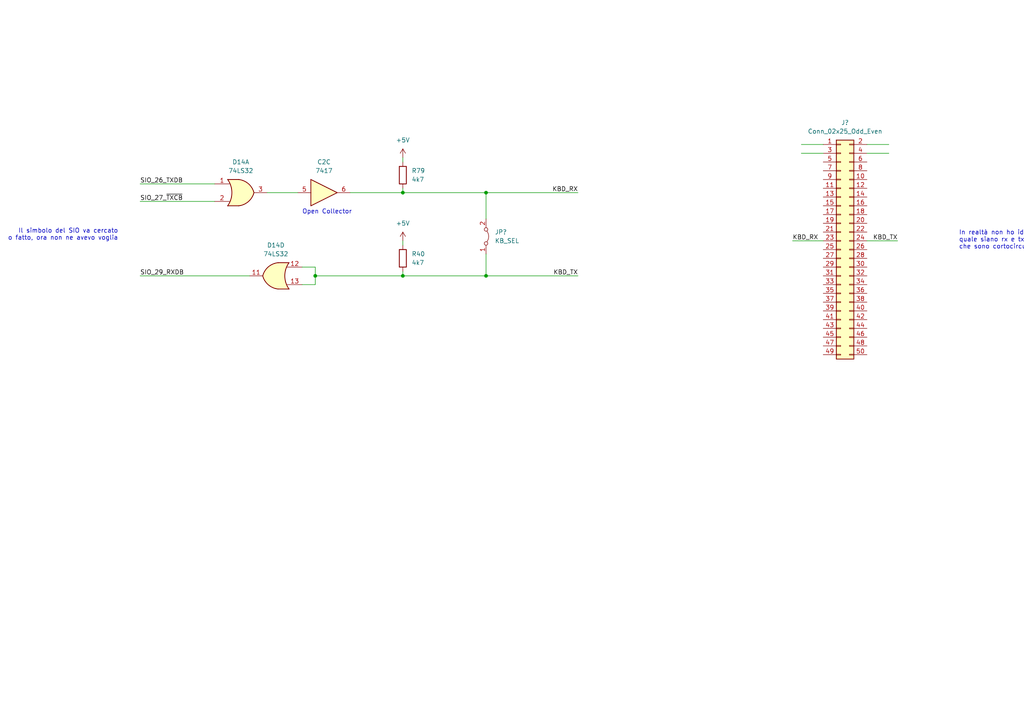
<source format=kicad_sch>
(kicad_sch (version 20211123) (generator eeschema)
  (paper "A4")
  (title_block (title "FPX-290") (rev "05") (company "Logic Systems Int'l Inc") (comment 1 "IO (keboard)"))
  (lib_symbols
    (symbol "74xx:74LS07" (pin_names (offset 1.016))
      (property "Reference" "U" (at 0 1.27 0))
      (property "Value" "74LS07" (at 0 -1.27 0))
      (symbol "74LS07_1_0"
        (polyline (pts (xy -3.81 3.81) (xy -3.81 -3.81) (xy 3.81 0) (xy -3.81 3.81)) (stroke (width 0.254)) (fill (type background)))
        (pin input line (at -7.62 0 0) (length 3.81) (name "~") (number "1"))
        (pin open_collector line (at 7.62 0 180) (length 3.81) (name "~") (number "2"))
      )
      (symbol "74LS07_2_0"
        (polyline (pts (xy -3.81 3.81) (xy -3.81 -3.81) (xy 3.81 0) (xy -3.81 3.81)) (stroke (width 0.254)) (fill (type background)))
        (pin input line (at -7.62 0 0) (length 3.81) (name "~") (number "3"))
        (pin open_collector line (at 7.62 0 180) (length 3.81) (name "~") (number "4"))
      )
      (symbol "74LS07_3_0"
        (polyline (pts (xy -3.81 3.81) (xy -3.81 -3.81) (xy 3.81 0) (xy -3.81 3.81)) (stroke (width 0.254)) (fill (type background)))
        (pin input line (at -7.62 0 0) (length 3.81) (name "~") (number "5"))
        (pin open_collector line (at 7.62 0 180) (length 3.81) (name "~") (number "6"))
      )
      (symbol "74LS07_4_0"
        (polyline (pts (xy -3.81 3.81) (xy -3.81 -3.81) (xy 3.81 0) (xy -3.81 3.81)) (stroke (width 0.254)) (fill (type background)))
        (pin open_collector line (at 7.62 0 180) (length 3.81) (name "~") (number "8"))
        (pin input line (at -7.62 0 0) (length 3.81) (name "~") (number "9"))
      )
      (symbol "74LS07_5_0"
        (polyline (pts (xy -3.81 3.81) (xy -3.81 -3.81) (xy 3.81 0) (xy -3.81 3.81)) (stroke (width 0.254)) (fill (type background)))
        (pin open_collector line (at 7.62 0 180) (length 3.81) (name "~") (number "10"))
        (pin input line (at -7.62 0 0) (length 3.81) (name "~") (number "11"))
      )
      (symbol "74LS07_6_0"
        (polyline (pts (xy -3.81 3.81) (xy -3.81 -3.81) (xy 3.81 0) (xy -3.81 3.81)) (stroke (width 0.254)) (fill (type background)))
        (pin open_collector line (at 7.62 0 180) (length 3.81) (name "~") (number "12"))
        (pin input line (at -7.62 0 0) (length 3.81) (name "~") (number "13"))
      )
      (symbol "74LS07_7_0"
        (pin power_in line (at 0 12.7 270) (length 5.08) (name "VCC") (number "14"))
        (pin power_in line (at 0 -12.7 90) (length 5.08) (name "GND") (number "7"))
      )
      (symbol "74LS07_7_1"
        (rectangle (start -5.08 7.62) (end 5.08 -7.62) (stroke (width 0.254)) (fill (type background)))
      )
    )
    (symbol "74xx:74LS32" (pin_names (offset 1.016))
      (property "Reference" "U" (at 0 1.27 0))
      (property "Value" "74LS32" (at 0 -1.27 0))
      (symbol "74LS32_1_1"
        (arc (start -3.81 -3.81) (mid -2.589 0) (end -3.81 3.81) (stroke (width 0.254)))
        (arc (start -0.6096 -3.81) (mid 2.1842 -2.5851) (end 3.81 0) (stroke (width 0.254)) (fill (type background)))
        (polyline (pts (xy -3.81 -3.81) (xy -0.635 -3.81)) (stroke (width 0.254)) (fill (type background)))
        (polyline (pts (xy -3.81 3.81) (xy -0.635 3.81)) (stroke (width 0.254)) (fill (type background)))
        (polyline (pts (xy -0.635 3.81) (xy -3.81 3.81) (xy -3.81 3.81) (xy -3.556 3.4036) (xy -3.0226 2.2606) (xy -2.6924 1.0414) (xy -2.6162 -0.254) (xy -2.7686 -1.4986) (xy -3.175 -2.7178) (xy -3.81 -3.81) (xy -3.81 -3.81) (xy -0.635 -3.81)) (stroke (width -25.4)) (fill (type background)))
        (arc (start 3.81 0) (mid 2.1915 2.5936) (end -0.6096 3.81) (stroke (width 0.254)) (fill (type background)))
        (pin input line (at -7.62 2.54 0) (length 4.318) (name "~") (number "1"))
        (pin input line (at -7.62 -2.54 0) (length 4.318) (name "~") (number "2"))
        (pin output line (at 7.62 0 180) (length 3.81) (name "~") (number "3"))
      )
      (symbol "74LS32_1_2"
        (arc (start 0 -3.81) (mid 3.81 0) (end 0 3.81) (stroke (width 0.254)) (fill (type background)))
        (polyline (pts (xy 0 3.81) (xy -3.81 3.81) (xy -3.81 -3.81) (xy 0 -3.81)) (stroke (width 0.254)) (fill (type background)))
        (pin input inverted (at -7.62 2.54 0) (length 3.81) (name "~") (number "1"))
        (pin input inverted (at -7.62 -2.54 0) (length 3.81) (name "~") (number "2"))
        (pin output inverted (at 7.62 0 180) (length 3.81) (name "~") (number "3"))
      )
      (symbol "74LS32_2_1"
        (arc (start -3.81 -3.81) (mid -2.589 0) (end -3.81 3.81) (stroke (width 0.254)))
        (arc (start -0.6096 -3.81) (mid 2.1842 -2.5851) (end 3.81 0) (stroke (width 0.254)) (fill (type background)))
        (polyline (pts (xy -3.81 -3.81) (xy -0.635 -3.81)) (stroke (width 0.254)) (fill (type background)))
        (polyline (pts (xy -3.81 3.81) (xy -0.635 3.81)) (stroke (width 0.254)) (fill (type background)))
        (polyline (pts (xy -0.635 3.81) (xy -3.81 3.81) (xy -3.81 3.81) (xy -3.556 3.4036) (xy -3.0226 2.2606) (xy -2.6924 1.0414) (xy -2.6162 -0.254) (xy -2.7686 -1.4986) (xy -3.175 -2.7178) (xy -3.81 -3.81) (xy -3.81 -3.81) (xy -0.635 -3.81)) (stroke (width -25.4)) (fill (type background)))
        (arc (start 3.81 0) (mid 2.1915 2.5936) (end -0.6096 3.81) (stroke (width 0.254)) (fill (type background)))
        (pin input line (at -7.62 2.54 0) (length 4.318) (name "~") (number "4"))
        (pin input line (at -7.62 -2.54 0) (length 4.318) (name "~") (number "5"))
        (pin output line (at 7.62 0 180) (length 3.81) (name "~") (number "6"))
      )
      (symbol "74LS32_2_2"
        (arc (start 0 -3.81) (mid 3.81 0) (end 0 3.81) (stroke (width 0.254)) (fill (type background)))
        (polyline (pts (xy 0 3.81) (xy -3.81 3.81) (xy -3.81 -3.81) (xy 0 -3.81)) (stroke (width 0.254)) (fill (type background)))
        (pin input inverted (at -7.62 2.54 0) (length 3.81) (name "~") (number "4"))
        (pin input inverted (at -7.62 -2.54 0) (length 3.81) (name "~") (number "5"))
        (pin output inverted (at 7.62 0 180) (length 3.81) (name "~") (number "6"))
      )
      (symbol "74LS32_3_1"
        (arc (start -3.81 -3.81) (mid -2.589 0) (end -3.81 3.81) (stroke (width 0.254)))
        (arc (start -0.6096 -3.81) (mid 2.1842 -2.5851) (end 3.81 0) (stroke (width 0.254)) (fill (type background)))
        (polyline (pts (xy -3.81 -3.81) (xy -0.635 -3.81)) (stroke (width 0.254)) (fill (type background)))
        (polyline (pts (xy -3.81 3.81) (xy -0.635 3.81)) (stroke (width 0.254)) (fill (type background)))
        (polyline (pts (xy -0.635 3.81) (xy -3.81 3.81) (xy -3.81 3.81) (xy -3.556 3.4036) (xy -3.0226 2.2606) (xy -2.6924 1.0414) (xy -2.6162 -0.254) (xy -2.7686 -1.4986) (xy -3.175 -2.7178) (xy -3.81 -3.81) (xy -3.81 -3.81) (xy -0.635 -3.81)) (stroke (width -25.4)) (fill (type background)))
        (arc (start 3.81 0) (mid 2.1915 2.5936) (end -0.6096 3.81) (stroke (width 0.254)) (fill (type background)))
        (pin input line (at -7.62 -2.54 0) (length 4.318) (name "~") (number "10"))
        (pin output line (at 7.62 0 180) (length 3.81) (name "~") (number "8"))
        (pin input line (at -7.62 2.54 0) (length 4.318) (name "~") (number "9"))
      )
      (symbol "74LS32_3_2"
        (arc (start 0 -3.81) (mid 3.81 0) (end 0 3.81) (stroke (width 0.254)) (fill (type background)))
        (polyline (pts (xy 0 3.81) (xy -3.81 3.81) (xy -3.81 -3.81) (xy 0 -3.81)) (stroke (width 0.254)) (fill (type background)))
        (pin input inverted (at -7.62 -2.54 0) (length 3.81) (name "~") (number "10"))
        (pin output inverted (at 7.62 0 180) (length 3.81) (name "~") (number "8"))
        (pin input inverted (at -7.62 2.54 0) (length 3.81) (name "~") (number "9"))
      )
      (symbol "74LS32_4_1"
        (arc (start -3.81 -3.81) (mid -2.589 0) (end -3.81 3.81) (stroke (width 0.254)))
        (arc (start -0.6096 -3.81) (mid 2.1842 -2.5851) (end 3.81 0) (stroke (width 0.254)) (fill (type background)))
        (polyline (pts (xy -3.81 -3.81) (xy -0.635 -3.81)) (stroke (width 0.254)) (fill (type background)))
        (polyline (pts (xy -3.81 3.81) (xy -0.635 3.81)) (stroke (width 0.254)) (fill (type background)))
        (polyline (pts (xy -0.635 3.81) (xy -3.81 3.81) (xy -3.81 3.81) (xy -3.556 3.4036) (xy -3.0226 2.2606) (xy -2.6924 1.0414) (xy -2.6162 -0.254) (xy -2.7686 -1.4986) (xy -3.175 -2.7178) (xy -3.81 -3.81) (xy -3.81 -3.81) (xy -0.635 -3.81)) (stroke (width -25.4)) (fill (type background)))
        (arc (start 3.81 0) (mid 2.1915 2.5936) (end -0.6096 3.81) (stroke (width 0.254)) (fill (type background)))
        (pin output line (at 7.62 0 180) (length 3.81) (name "~") (number "11"))
        (pin input line (at -7.62 2.54 0) (length 4.318) (name "~") (number "12"))
        (pin input line (at -7.62 -2.54 0) (length 4.318) (name "~") (number "13"))
      )
      (symbol "74LS32_4_2"
        (arc (start 0 -3.81) (mid 3.81 0) (end 0 3.81) (stroke (width 0.254)) (fill (type background)))
        (polyline (pts (xy 0 3.81) (xy -3.81 3.81) (xy -3.81 -3.81) (xy 0 -3.81)) (stroke (width 0.254)) (fill (type background)))
        (pin output inverted (at 7.62 0 180) (length 3.81) (name "~") (number "11"))
        (pin input inverted (at -7.62 2.54 0) (length 3.81) (name "~") (number "12"))
        (pin input inverted (at -7.62 -2.54 0) (length 3.81) (name "~") (number "13"))
      )
      (symbol "74LS32_5_0"
        (pin power_in line (at 0 12.7 270) (length 5.08) (name "VCC") (number "14"))
        (pin power_in line (at 0 -12.7 90) (length 5.08) (name "GND") (number "7"))
      )
      (symbol "74LS32_5_1"
        (rectangle (start -5.08 7.62) (end 5.08 -7.62) (stroke (width 0.254)) (fill (type background)))
      )
    )
    (symbol "Connector_Generic:Conn_02x25_Odd_Even" (pin_names (offset 1.016) hide)
      (property "Reference" "J" (at 1.27 33.02 0))
      (property "Value" "Conn_02x25_Odd_Even" (at 1.27 -33.02 0))
      (symbol "Conn_02x25_Odd_Even_1_1"
        (rectangle (start -1.27 -30.353) (end 0 -30.607) (stroke (width 0.1524)))
        (rectangle (start -1.27 -27.813) (end 0 -28.067) (stroke (width 0.1524)))
        (rectangle (start -1.27 -25.273) (end 0 -25.527) (stroke (width 0.1524)))
        (rectangle (start -1.27 -22.733) (end 0 -22.987) (stroke (width 0.1524)))
        (rectangle (start -1.27 -20.193) (end 0 -20.447) (stroke (width 0.1524)))
        (rectangle (start -1.27 -17.653) (end 0 -17.907) (stroke (width 0.1524)))
        (rectangle (start -1.27 -15.113) (end 0 -15.367) (stroke (width 0.1524)))
        (rectangle (start -1.27 -12.573) (end 0 -12.827) (stroke (width 0.1524)))
        (rectangle (start -1.27 -10.033) (end 0 -10.287) (stroke (width 0.1524)))
        (rectangle (start -1.27 -7.493) (end 0 -7.747) (stroke (width 0.1524)))
        (rectangle (start -1.27 -4.953) (end 0 -5.207) (stroke (width 0.1524)))
        (rectangle (start -1.27 -2.413) (end 0 -2.667) (stroke (width 0.1524)))
        (rectangle (start -1.27 0.127) (end 0 -0.127) (stroke (width 0.1524)))
        (rectangle (start -1.27 2.667) (end 0 2.413) (stroke (width 0.1524)))
        (rectangle (start -1.27 5.207) (end 0 4.953) (stroke (width 0.1524)))
        (rectangle (start -1.27 7.747) (end 0 7.493) (stroke (width 0.1524)))
        (rectangle (start -1.27 10.287) (end 0 10.033) (stroke (width 0.1524)))
        (rectangle (start -1.27 12.827) (end 0 12.573) (stroke (width 0.1524)))
        (rectangle (start -1.27 15.367) (end 0 15.113) (stroke (width 0.1524)))
        (rectangle (start -1.27 17.907) (end 0 17.653) (stroke (width 0.1524)))
        (rectangle (start -1.27 20.447) (end 0 20.193) (stroke (width 0.1524)))
        (rectangle (start -1.27 22.987) (end 0 22.733) (stroke (width 0.1524)))
        (rectangle (start -1.27 25.527) (end 0 25.273) (stroke (width 0.1524)))
        (rectangle (start -1.27 28.067) (end 0 27.813) (stroke (width 0.1524)))
        (rectangle (start -1.27 30.607) (end 0 30.353) (stroke (width 0.1524)))
        (rectangle (start -1.27 31.75) (end 3.81 -31.75) (stroke (width 0.254)) (fill (type background)))
        (rectangle (start 3.81 -30.353) (end 2.54 -30.607) (stroke (width 0.1524)))
        (rectangle (start 3.81 -27.813) (end 2.54 -28.067) (stroke (width 0.1524)))
        (rectangle (start 3.81 -25.273) (end 2.54 -25.527) (stroke (width 0.1524)))
        (rectangle (start 3.81 -22.733) (end 2.54 -22.987) (stroke (width 0.1524)))
        (rectangle (start 3.81 -20.193) (end 2.54 -20.447) (stroke (width 0.1524)))
        (rectangle (start 3.81 -17.653) (end 2.54 -17.907) (stroke (width 0.1524)))
        (rectangle (start 3.81 -15.113) (end 2.54 -15.367) (stroke (width 0.1524)))
        (rectangle (start 3.81 -12.573) (end 2.54 -12.827) (stroke (width 0.1524)))
        (rectangle (start 3.81 -10.033) (end 2.54 -10.287) (stroke (width 0.1524)))
        (rectangle (start 3.81 -7.493) (end 2.54 -7.747) (stroke (width 0.1524)))
        (rectangle (start 3.81 -4.953) (end 2.54 -5.207) (stroke (width 0.1524)))
        (rectangle (start 3.81 -2.413) (end 2.54 -2.667) (stroke (width 0.1524)))
        (rectangle (start 3.81 0.127) (end 2.54 -0.127) (stroke (width 0.1524)))
        (rectangle (start 3.81 2.667) (end 2.54 2.413) (stroke (width 0.1524)))
        (rectangle (start 3.81 5.207) (end 2.54 4.953) (stroke (width 0.1524)))
        (rectangle (start 3.81 7.747) (end 2.54 7.493) (stroke (width 0.1524)))
        (rectangle (start 3.81 10.287) (end 2.54 10.033) (stroke (width 0.1524)))
        (rectangle (start 3.81 12.827) (end 2.54 12.573) (stroke (width 0.1524)))
        (rectangle (start 3.81 15.367) (end 2.54 15.113) (stroke (width 0.1524)))
        (rectangle (start 3.81 17.907) (end 2.54 17.653) (stroke (width 0.1524)))
        (rectangle (start 3.81 20.447) (end 2.54 20.193) (stroke (width 0.1524)))
        (rectangle (start 3.81 22.987) (end 2.54 22.733) (stroke (width 0.1524)))
        (rectangle (start 3.81 25.527) (end 2.54 25.273) (stroke (width 0.1524)))
        (rectangle (start 3.81 28.067) (end 2.54 27.813) (stroke (width 0.1524)))
        (rectangle (start 3.81 30.607) (end 2.54 30.353) (stroke (width 0.1524)))
        (pin passive line (at -5.08 30.48 0) (length 3.81) (name "Pin_1") (number "1"))
        (pin passive line (at 7.62 20.32 180) (length 3.81) (name "Pin_10") (number "10"))
        (pin passive line (at -5.08 17.78 0) (length 3.81) (name "Pin_11") (number "11"))
        (pin passive line (at 7.62 17.78 180) (length 3.81) (name "Pin_12") (number "12"))
        (pin passive line (at -5.08 15.24 0) (length 3.81) (name "Pin_13") (number "13"))
        (pin passive line (at 7.62 15.24 180) (length 3.81) (name "Pin_14") (number "14"))
        (pin passive line (at -5.08 12.7 0) (length 3.81) (name "Pin_15") (number "15"))
        (pin passive line (at 7.62 12.7 180) (length 3.81) (name "Pin_16") (number "16"))
        (pin passive line (at -5.08 10.16 0) (length 3.81) (name "Pin_17") (number "17"))
        (pin passive line (at 7.62 10.16 180) (length 3.81) (name "Pin_18") (number "18"))
        (pin passive line (at -5.08 7.62 0) (length 3.81) (name "Pin_19") (number "19"))
        (pin passive line (at 7.62 30.48 180) (length 3.81) (name "Pin_2") (number "2"))
        (pin passive line (at 7.62 7.62 180) (length 3.81) (name "Pin_20") (number "20"))
        (pin passive line (at -5.08 5.08 0) (length 3.81) (name "Pin_21") (number "21"))
        (pin passive line (at 7.62 5.08 180) (length 3.81) (name "Pin_22") (number "22"))
        (pin passive line (at -5.08 2.54 0) (length 3.81) (name "Pin_23") (number "23"))
        (pin passive line (at 7.62 2.54 180) (length 3.81) (name "Pin_24") (number "24"))
        (pin passive line (at -5.08 0 0) (length 3.81) (name "Pin_25") (number "25"))
        (pin passive line (at 7.62 0 180) (length 3.81) (name "Pin_26") (number "26"))
        (pin passive line (at -5.08 -2.54 0) (length 3.81) (name "Pin_27") (number "27"))
        (pin passive line (at 7.62 -2.54 180) (length 3.81) (name "Pin_28") (number "28"))
        (pin passive line (at -5.08 -5.08 0) (length 3.81) (name "Pin_29") (number "29"))
        (pin passive line (at -5.08 27.94 0) (length 3.81) (name "Pin_3") (number "3"))
        (pin passive line (at 7.62 -5.08 180) (length 3.81) (name "Pin_30") (number "30"))
        (pin passive line (at -5.08 -7.62 0) (length 3.81) (name "Pin_31") (number "31"))
        (pin passive line (at 7.62 -7.62 180) (length 3.81) (name "Pin_32") (number "32"))
        (pin passive line (at -5.08 -10.16 0) (length 3.81) (name "Pin_33") (number "33"))
        (pin passive line (at 7.62 -10.16 180) (length 3.81) (name "Pin_34") (number "34"))
        (pin passive line (at -5.08 -12.7 0) (length 3.81) (name "Pin_35") (number "35"))
        (pin passive line (at 7.62 -12.7 180) (length 3.81) (name "Pin_36") (number "36"))
        (pin passive line (at -5.08 -15.24 0) (length 3.81) (name "Pin_37") (number "37"))
        (pin passive line (at 7.62 -15.24 180) (length 3.81) (name "Pin_38") (number "38"))
        (pin passive line (at -5.08 -17.78 0) (length 3.81) (name "Pin_39") (number "39"))
        (pin passive line (at 7.62 27.94 180) (length 3.81) (name "Pin_4") (number "4"))
        (pin passive line (at 7.62 -17.78 180) (length 3.81) (name "Pin_40") (number "40"))
        (pin passive line (at -5.08 -20.32 0) (length 3.81) (name "Pin_41") (number "41"))
        (pin passive line (at 7.62 -20.32 180) (length 3.81) (name "Pin_42") (number "42"))
        (pin passive line (at -5.08 -22.86 0) (length 3.81) (name "Pin_43") (number "43"))
        (pin passive line (at 7.62 -22.86 180) (length 3.81) (name "Pin_44") (number "44"))
        (pin passive line (at -5.08 -25.4 0) (length 3.81) (name "Pin_45") (number "45"))
        (pin passive line (at 7.62 -25.4 180) (length 3.81) (name "Pin_46") (number "46"))
        (pin passive line (at -5.08 -27.94 0) (length 3.81) (name "Pin_47") (number "47"))
        (pin passive line (at 7.62 -27.94 180) (length 3.81) (name "Pin_48") (number "48"))
        (pin passive line (at -5.08 -30.48 0) (length 3.81) (name "Pin_49") (number "49"))
        (pin passive line (at -5.08 25.4 0) (length 3.81) (name "Pin_5") (number "5"))
        (pin passive line (at 7.62 -30.48 180) (length 3.81) (name "Pin_50") (number "50"))
        (pin passive line (at 7.62 25.4 180) (length 3.81) (name "Pin_6") (number "6"))
        (pin passive line (at -5.08 22.86 0) (length 3.81) (name "Pin_7") (number "7"))
        (pin passive line (at 7.62 22.86 180) (length 3.81) (name "Pin_8") (number "8"))
        (pin passive line (at -5.08 20.32 0) (length 3.81) (name "Pin_9") (number "9"))
      )
    )
    (symbol "Device:R" (pin_numbers hide) (pin_names (offset 0))
      (property "Reference" "R" (at 2.032 0 90))
      (property "Value" "R" (at 0 0 90))
      (symbol "R_0_1"
        (rectangle (start -1.016 -2.54) (end 1.016 2.54) (stroke (width 0.254)))
      )
      (symbol "R_1_1"
        (pin passive line (at 0 3.81 270) (length 1.27) (name "~") (number "1"))
        (pin passive line (at 0 -3.81 90) (length 1.27) (name "~") (number "2"))
      )
    )
    (symbol "Jumper:Jumper_2_Bridged" (pin_names (offset 0) hide)
      (property "Reference" "JP" (at 0 1.905 0))
      (property "Value" "Jumper_2_Bridged" (at 0 -2.54 0))
      (symbol "Jumper_2_Bridged_0_0"
        (circle (center -2.032 0) (radius 0.508))
        (circle (center 2.032 0) (radius 0.508))
      )
      (symbol "Jumper_2_Bridged_0_1"
        (arc (start 1.524 0.254) (mid 0 0.762) (end -1.524 0.254))
      )
      (symbol "Jumper_2_Bridged_1_1"
        (pin passive line (at -5.08 0 0) (length 2.54) (name "A") (number "1"))
        (pin passive line (at 5.08 0 180) (length 2.54) (name "B") (number "2"))
      )
    )
    (symbol "power:+5V" (power) (pin_names (offset 0))
      (property "Value" "+5V" (at 0 3.556 0))
      (symbol "+5V_0_1"
        (polyline (pts (xy -0.762 1.27) (xy 0 2.54)))
        (polyline (pts (xy 0 0) (xy 0 2.54)))
        (polyline (pts (xy 0 2.54) (xy 0.762 1.27)))
      )
      (symbol "+5V_1_1"
        (pin power_in line (at 0 0 90) (length 0) hide (name "+5V") (number "1"))
      )
    )
  )
  (junction (at 91.44 80.01))
  (junction (at 116.84 80.01))
  (junction (at 140.97 80.01))
  (junction (at 116.84 55.88))
  (junction (at 140.97 55.88))
  (wire (pts (xy 116.84 78.74) (xy 116.84 80.01)))
  (wire (pts (xy 116.84 55.88) (xy 140.97 55.88)))
  (wire (pts (xy 91.44 80.01) (xy 116.84 80.01)))
  (wire (pts (xy 40.64 80.01) (xy 72.39 80.01)))
  (wire (pts (xy 232.41 41.91) (xy 238.76 41.91)))
  (wire (pts (xy 91.44 80.01) (xy 91.44 77.47)))
  (wire (pts (xy 87.63 82.55) (xy 91.44 82.55)))
  (wire (pts (xy 116.84 69.85) (xy 116.84 71.12)))
  (wire (pts (xy 40.64 58.42) (xy 62.23 58.42)))
  (wire (pts (xy 116.84 54.61) (xy 116.84 55.88)))
  (wire (pts (xy 232.41 44.45) (xy 238.76 44.45)))
  (wire (pts (xy 251.46 69.85) (xy 260.35 69.85)))
  (wire (pts (xy 116.84 45.72) (xy 116.84 46.99)))
  (wire (pts (xy 167.64 55.88) (xy 140.97 55.88)))
  (wire (pts (xy 77.47 55.88) (xy 86.36 55.88)))
  (wire (pts (xy 140.97 63.5) (xy 140.97 55.88)))
  (wire (pts (xy 140.97 80.01) (xy 167.64 80.01)))
  (wire (pts (xy 101.6 55.88) (xy 116.84 55.88)))
  (wire (pts (xy 251.46 44.45) (xy 257.81 44.45)))
  (wire (pts (xy 140.97 73.66) (xy 140.97 80.01)))
  (wire (pts (xy 251.46 41.91) (xy 257.81 41.91)))
  (wire (pts (xy 91.44 82.55) (xy 91.44 80.01)))
  (wire (pts (xy 91.44 77.47) (xy 87.63 77.47)))
  (wire (pts (xy 116.84 80.01) (xy 140.97 80.01)))
  (wire (pts (xy 40.64 53.34) (xy 62.23 53.34)))
  (wire (pts (xy 229.87 69.85) (xy 238.76 69.85)))
  (text "Open Collector" (at 87.63 62.23 0) (effects (font (size 1.27 1.27)) (justify left bottom)))
  (text "In realtà non ho idea di\nquale siano rx e tx, visto\nche sono cortocircuitati" (at 278.13 72.39 0) (effects (font (size 1.27 1.27)) (justify left bottom)))
  (text "Il simbolo del SIO va cercato\no fatto, ora non ne avevo voglia" (at 34.29 69.85 0) (effects (font (size 1.27 1.27)) (justify right bottom)))
  (label "KBD_RX" (at 167.64 55.88 180))
  (label "SIO_26_TXDB" (at 40.64 53.34 0))
  (label "SIO_27_~{TXCB}" (at 40.64 58.42 0))
  (label "SIO_29_RXDB" (at 40.64 80.01 0))
  (label "KBD_RX" (at 229.87 69.85 0))
  (label "KBD_TX" (at 167.64 80.01 180))
  (label "KBD_TX" (at 260.35 69.85 180))
  (symbol (lib_id "74xx:74LS32") (at 80.01 80.01 0) (mirror y) (unit 4)
    (property "Reference" "D14" (at 80.01 71.12 0))
    (property "Value" "74LS32" (at 80.01 73.66 0))
    (property "Datasheet" "http://www.ti.com/lit/gpn/sn74LS32" (effects hide))
  )
  (symbol (lib_id "power:+5V") (at 116.84 45.72 0) (unit 1)
    (property "Reference" "#PWR?" (effects hide))
    (property "Value" "+5V" (at 116.84 40.64 0))
  )
  (symbol (lib_id "power:+5V") (at 116.84 69.85 0) (unit 1)
    (property "Reference" "#PWR?" (effects hide))
    (property "Value" "+5V" (at 116.84 64.77 0))
  )
  (symbol (lib_id "Connector_Generic:Conn_02x25_Odd_Even") (at 243.84 72.39 0) (unit 1)
    (property "Reference" "J?" (at 245.11 35.56 0))
    (property "Value" "Conn_02x25_Odd_Even" (at 245.11 38.1 0))
  )
  (symbol (lib_id "Jumper:Jumper_2_Bridged") (at 140.97 68.58 270) (mirror x) (unit 1)
    (property "Reference" "JP?" (at 143.51 67.3099 90) (effects (justify left)))
    (property "Value" "KB_SEL" (at 143.51 69.8499 90) (effects (justify left)))
  )
  (symbol (lib_id "Device:R") (at 116.84 74.93 0) (unit 1)
    (property "Reference" "R40" (at 119.38 73.6599 0) (effects (justify left)))
    (property "Value" "4k7" (at 119.38 76.1999 0) (effects (justify left)))
  )
  (symbol (lib_id "74xx:74LS32") (at 69.85 55.88 0) (unit 1)
    (property "Reference" "D14" (at 69.85 46.99 0))
    (property "Value" "74LS32" (at 69.85 49.53 0))
    (property "Datasheet" "http://www.ti.com/lit/gpn/sn74LS32" (effects hide))
  )
  (symbol (lib_id "Device:R") (at 116.84 50.8 0) (unit 1)
    (property "Reference" "R79" (at 119.38 49.5299 0) (effects (justify left)))
    (property "Value" "4k7" (at 119.38 52.0699 0) (effects (justify left)))
  )
  (symbol (lib_id "74xx:74LS07") (at 93.98 55.88 0) (unit 3)
    (property "Reference" "C2" (at 93.98 46.99 0))
    (property "Value" "7417" (at 93.98 49.53 0))
    (property "Datasheet" "www.ti.com/lit/ds/symlink/sn74ls07.pdf" (effects hide))
  )
)
</source>
